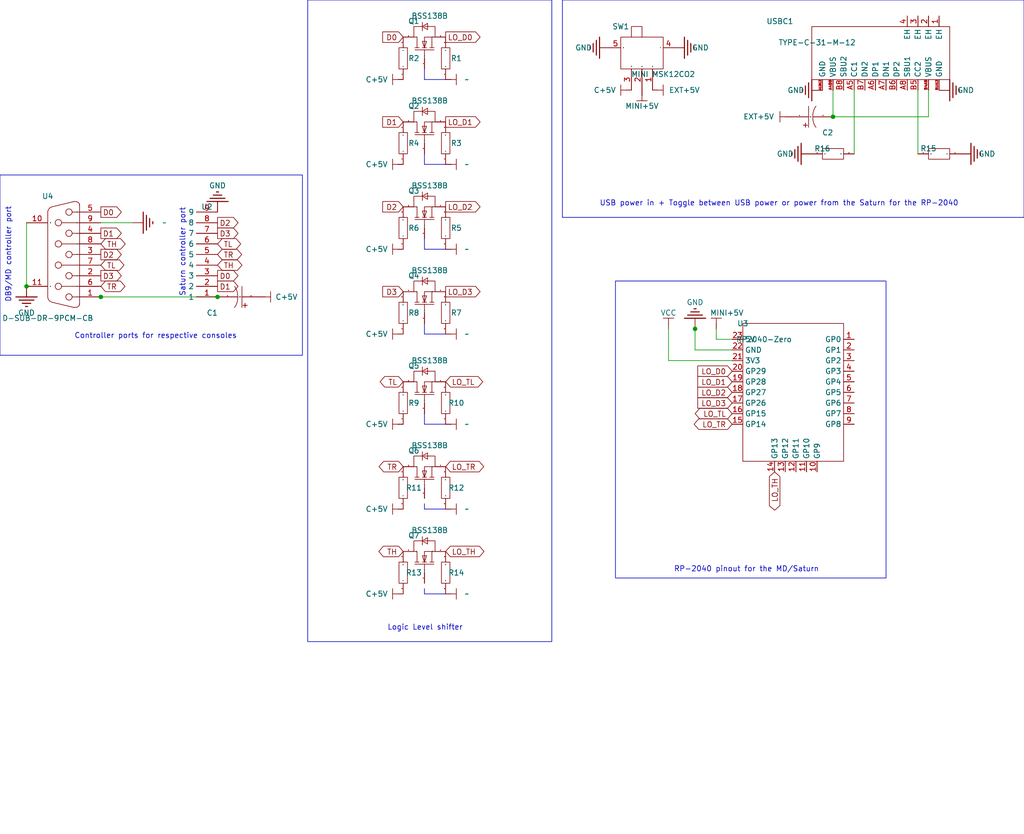
<source format=kicad_sch>
(kicad_sch (version 20250114) (generator "eeschema") (generator_version "9.0")
  (paper "User" 245.11 199.695)
  (lib_symbols
    (symbol "ProPrj_Sat-easyedapro:BSS138B"
      (property "Reference" "Q" (at 0 0 0))
      (symbol "BSS138B_1_0"
        (polyline (pts (xy -2.54 0) (xy -0.508 0)))
        (polyline (pts (xy -0.508 2.286) (xy -0.508 -2.286)))
        (polyline (pts (xy 0 2.286) (xy 0 1.27)))
        (polyline (pts (xy 0 1.778) (xy 2.54 1.778) (xy 2.54 1.778) (xy 2.54 2.54) (xy 2.54 2.54) (xy 5.08 2.54) (xy 5.08 2.54) (xy 5.08 2.54) (xy 5.08 2.54) (xy 5.08 0.508)))
        (polyline (pts (xy 0 0) (xy 1.524 -0.508) (xy 1.524 -0.508) (xy 1.524 0.508) (xy 1.524 0.508) (xy 0 0)))
        (polyline (pts (xy 0 0) (xy 2.54 0) (xy 2.54 0) (xy 2.54 -2.54) (xy 2.54 -2.54) (xy 5.08 -2.54) (xy 5.08 -2.54) (xy 5.08 -2.54) (xy 5.08 -2.54) (xy 5.08 0)))
        (polyline (pts (xy 0 -0.508) (xy 0 0.508)))
        (polyline (pts (xy 0 -2.286) (xy 0 -1.27)))
        (polyline (pts (xy 2.54 -1.778) (xy 0 -1.778)))
        (polyline (pts (xy 5.08 0.508) (xy 4.318 -0.762) (xy 4.318 -0.762) (xy 5.842 -0.762) (xy 5.842 -0.762) (xy 5.08 0.508)))
        (polyline (pts (xy 6.096 0.508) (xy 5.588 0.508) (xy 5.588 0.508) (xy 4.572 0.508) (xy 4.572 0.508) (xy 4.064 0.508)))
        (pin unspecified line (at -5.08 0 0) (length 2.54) (name "G") (number "1"))
        (pin unspecified line (at 2.54 5.08 270) (length 2.54) (name "D") (number "3"))
        (pin unspecified line (at 2.54 -5.08 90) (length 2.54) (name "S") (number "2"))
      )
    )
    (symbol "ProPrj_Sat-easyedapro:D-SUB-DR-9PCM-CB"
      (property "Reference" "U" (at 0 0 0))
      (symbol "D-SUB-DR-9PCM-CB_1_0"
        (polyline (pts (xy -5.08 11.938) (xy -5.08 10.16)))
        (polyline (pts (xy -5.08 7.62) (xy -0.762 7.62)))
        (polyline (pts (xy -5.08 2.54) (xy -0.762 2.54)))
        (polyline (pts (xy -5.08 -2.54) (xy -0.762 -2.54)))
        (polyline (pts (xy -5.08 -7.62) (xy -0.762 -7.62)))
        (polyline (pts (xy -5.08 -10.16) (xy -5.08 10.16)))
        (polyline (pts (xy -5.08 -11.938) (xy -5.08 -10.16)))
        (polyline (pts (xy -5.0546 -11.811) (xy -5.0038 -12.2174) (xy -5.0038 -12.2174) (xy -4.7244 -12.4968) (xy -4.7244 -12.4968) (xy -4.3942 -12.6492) (xy -4.3942 -12.6492) (xy -4.0894 -12.7) (xy -4.0894 -12.7) (xy -3.7592 -12.6492)))
        (polyline (pts (xy -3.7592 12.6492) (xy -4.0894 12.6746) (xy -4.0894 12.6746) (xy -4.3942 12.6492) (xy -4.3942 12.6492) (xy -4.7244 12.4968) (xy -4.7244 12.4968) (xy -4.9784 12.2174) (xy -4.9784 12.2174) (xy -5.0546 11.811)))
        (polyline (pts (xy -3.302 10.16) (xy -5.08 10.16)))
        (polyline (pts (xy -3.302 5.08) (xy -5.08 5.08)))
        (polyline (pts (xy -3.302 0) (xy -5.08 0)))
        (polyline (pts (xy -3.302 -5.08) (xy -5.08 -5.08)))
        (polyline (pts (xy -3.302 -10.16) (xy -5.08 -10.16)))
        (circle (center -2.54 10.16) (radius 0.762))
        (circle (center -2.54 5.08) (radius 0.762))
        (circle (center -2.54 0) (radius 0.762))
        (circle (center -2.54 -5.08) (radius 0.762))
        (circle (center -2.54 -10.16) (radius 0.762))
        (circle (center 0 7.62) (radius 0.762))
        (circle (center 0 2.54) (radius 0.762))
        (circle (center 0 -2.54) (radius 0.762))
        (circle (center 0 -7.62) (radius 0.762))
        (arc (start 1.6002 11.3792) (mid 2.2633 10.9185) (end 2.54 10.16))
        (arc (start 2.54 -10.16) (mid 2.2566 -10.9273) (end 1.5748 -11.3792))
        (polyline (pts (xy 1.524 11.43) (xy -3.81 12.7)))
        (polyline (pts (xy 1.524 -11.43) (xy -3.81 -12.7)))
        (polyline (pts (xy 2.54 -10.16) (xy 2.54 10.16)))
        (pin input line (at -10.16 10.16 0) (length 5.08) (name "1") (number "1"))
        (pin input line (at -10.16 7.62 0) (length 5.08) (name "6") (number "6"))
        (pin input line (at -10.16 5.08 0) (length 5.08) (name "2") (number "2"))
        (pin input line (at -10.16 2.54 0) (length 5.08) (name "7") (number "7"))
        (pin input line (at -10.16 0 0) (length 5.08) (name "3") (number "3"))
        (pin input line (at -10.16 -2.54 0) (length 5.08) (name "8") (number "8"))
        (pin input line (at -10.16 -5.08 0) (length 5.08) (name "4") (number "4"))
        (pin input line (at -10.16 -7.62 0) (length 5.08) (name "9") (number "9"))
        (pin input line (at -10.16 -10.16 0) (length 5.08) (name "5") (number "5"))
        (pin input line (at 7.62 7.62 180) (length 5.08) (name "MH2") (number "11"))
        (pin input line (at 7.62 -7.62 180) (length 5.08) (name "MH1") (number "10"))
      )
    )
    (symbol "ProPrj_Sat-easyedapro:FRC0603F5101TS"
      (property "Reference" "R" (at 0 0 0))
      (symbol "FRC0603F5101TS_1_0"
        (rectangle (start -2.54 -1.27) (end 2.54 1.27))
        (pin unspecified line (at -5.08 0 0) (length 2.54) (name "1") (number "1"))
        (pin unspecified line (at 5.08 0 180) (length 2.54) (name "2") (number "2"))
      )
    )
    (symbol "ProPrj_Sat-easyedapro:Ground-GND" (power) (pin_numbers (hide yes)) (pin_names (hide yes))
      (property "Value" "GND" (at 0 -6.35 0))
      (symbol "Ground-GND_1_0"
        (polyline (pts (xy -2.54 -2.54) (xy 2.54 -2.54)) (stroke (width 0.254)))
        (polyline (pts (xy -1.778 -3.302) (xy 1.778 -3.302)) (stroke (width 0.254)))
        (polyline (pts (xy -1.016 -4.064) (xy 1.016 -4.064)) (stroke (width 0.254)))
        (polyline (pts (xy -0.254 -4.826) (xy 0.254 -4.826)) (stroke (width 0.254)))
        (pin power_in line (at 0 0 270) (length 2.54) (name "GND") (number "1"))
      )
    )
    (symbol "ProPrj_Sat-easyedapro:MINI MSK12CO2"
      (property "Reference" "SW" (at 0 0 0))
      (symbol "MINI MSK12CO2_1_0"
        (rectangle (start -5.08 -5.08) (end 5.08 2.54))
        (polyline (pts (xy 0 -5.08) (xy 0 -7.62) (xy 0 -7.62) (xy 2.54 -7.62) (xy 2.54 -7.62) (xy 2.54 -5.08)))
        (pin unspecified line (at -7.62 -2.54 0) (length 2.54) (name "4") (number "4"))
        (pin unspecified line (at -2.54 7.62 270) (length 5.08) (name "1") (number "1"))
        (pin unspecified line (at 0 7.62 270) (length 5.08) (name "2") (number "2"))
        (pin unspecified line (at 2.54 7.62 270) (length 5.08) (name "3") (number "3"))
        (pin unspecified line (at 7.62 -2.54 180) (length 2.54) (name "5") (number "5"))
      )
    )
    (symbol "ProPrj_Sat-easyedapro:Power-5V" (power) (pin_numbers (hide yes)) (pin_names (hide yes))
      (symbol "Power-5V_1_0"
        (polyline (pts (xy -1.27 2.54) (xy 1.27 2.54)))
        (polyline (pts (xy 0 2.54) (xy 0 1.27)))
        (pin power_in line (at 0 0 90) (length 1.27) (name "C+5V") (number "1"))
      )
    )
    (symbol "ProPrj_Sat-easyedapro:Power-VCC" (power) (pin_numbers (hide yes)) (pin_names (hide yes))
      (symbol "Power-VCC_1_0"
        (polyline (pts (xy -1.27 2.54) (xy 1.27 2.54)))
        (polyline (pts (xy 0 2.54) (xy 0 1.27)))
        (pin power_in line (at 0 0 90) (length 1.27) (name "") (number "1"))
      )
    )
    (symbol "ProPrj_Sat-easyedapro:RP2040-ZERO"
      (property "Reference" "U" (at 0 0 0))
      (symbol "RP2040-ZERO_1_0"
        (rectangle (start -12.7 17.78) (end 11.43 -15.24))
        (pin unspecified line (at -15.24 13.97 0) (length 2.54) (name "5V") (number "23"))
        (pin unspecified line (at -15.24 11.43 0) (length 2.54) (name "GND") (number "22"))
        (pin unspecified line (at -15.24 8.89 0) (length 2.54) (name "3V3") (number "21"))
        (pin unspecified line (at -15.24 6.35 0) (length 2.54) (name "GP29") (number "20"))
        (pin unspecified line (at -15.24 3.81 0) (length 2.54) (name "GP28") (number "19"))
        (pin unspecified line (at -15.24 1.27 0) (length 2.54) (name "GP27") (number "18"))
        (pin unspecified line (at -15.24 -1.27 0) (length 2.54) (name "GP26") (number "17"))
        (pin unspecified line (at -15.24 -3.81 0) (length 2.54) (name "GP15") (number "16"))
        (pin unspecified line (at -15.24 -6.35 0) (length 2.54) (name "GP14") (number "15"))
        (pin unspecified line (at -5.08 -17.78 90) (length 2.54) (name "GP13") (number "14"))
        (pin unspecified line (at -2.54 -17.78 90) (length 2.54) (name "GP12") (number "13"))
        (pin unspecified line (at 0 -17.78 90) (length 2.54) (name "GP11") (number "12"))
        (pin unspecified line (at 2.54 -17.78 90) (length 2.54) (name "GP10") (number "11"))
        (pin unspecified line (at 5.08 -17.78 90) (length 2.54) (name "GP9") (number "10"))
        (pin unspecified line (at 13.97 13.97 180) (length 2.54) (name "GP0") (number "1"))
        (pin unspecified line (at 13.97 11.43 180) (length 2.54) (name "GP1") (number "2"))
        (pin unspecified line (at 13.97 8.89 180) (length 2.54) (name "GP2") (number "3"))
        (pin unspecified line (at 13.97 6.35 180) (length 2.54) (name "GP3") (number "4"))
        (pin unspecified line (at 13.97 3.81 180) (length 2.54) (name "GP4") (number "5"))
        (pin unspecified line (at 13.97 1.27 180) (length 2.54) (name "GP5") (number "6"))
        (pin unspecified line (at 13.97 -1.27 180) (length 2.54) (name "GP6") (number "7"))
        (pin unspecified line (at 13.97 -3.81 180) (length 2.54) (name "GP7") (number "8"))
        (pin unspecified line (at 13.97 -6.35 180) (length 2.54) (name "GP8") (number "9"))
      )
    )
    (symbol "ProPrj_Sat-easyedapro:Res"
      (symbol "Res_1_0"
        (rectangle (start -2.54 1.016) (end 2.54 -1.016))
        (pin input line (at -5.08 0 0) (length 2.54) (name "1") (number "1"))
        (pin input line (at 5.08 0 180) (length 2.54) (name "2") (number "2"))
      )
    )
    (symbol "ProPrj_Sat-easyedapro:T491A106K006AT"
      (property "Reference" "C" (at 0 0 0))
      (symbol "T491A106K006AT_1_0"
        (rectangle (start -2.54 1.4986) (end -1.524 1.524))
        (polyline (pts (xy -2.54 0.762) (xy 2.54 0.762)))
        (rectangle (start -2.032 1.016) (end -2.0066 2.032))
        (arc (start -2.54 -1.016) (mid -1.3208 -0.4064) (end 0 -0.254))
        (arc (start 0 -0.254) (mid 1.3208 -0.4064) (end 2.54 -1.016))
        (pin unspecified line (at 0 5.08 270) (length 4.318) (name "1") (number "1"))
        (pin unspecified line (at 0 -5.08 90) (length 4.826) (name "2") (number "2"))
      )
    )
    (symbol "ProPrj_Sat-easyedapro:TYPE-C-31-M-12"
      (property "Reference" "USBC" (at 0 0 0))
      (symbol "TYPE-C-31-M-12_1_0"
        (rectangle (start -6.35 16.51) (end 6.35 -16.51))
        (pin unspecified line (at -8.89 13.97 0) (length 2.54) (name "GND") (number "A1B12"))
        (pin unspecified line (at -8.89 11.43 0) (length 2.54) (name "VBUS") (number "A4B9"))
        (pin unspecified line (at -8.89 8.89 0) (length 2.54) (name "SBU2") (number "B8"))
        (pin unspecified line (at -8.89 6.35 0) (length 2.54) (name "CC1") (number "A5"))
        (pin unspecified line (at -8.89 3.81 0) (length 2.54) (name "DN2") (number "B7"))
        (pin unspecified line (at -8.89 1.27 0) (length 2.54) (name "DP1") (number "A6"))
        (pin unspecified line (at -8.89 -1.27 0) (length 2.54) (name "DN1") (number "A7"))
        (pin unspecified line (at -8.89 -3.81 0) (length 2.54) (name "DP2") (number "B6"))
        (pin unspecified line (at -8.89 -6.35 0) (length 2.54) (name "SBU1") (number "A8"))
        (pin unspecified line (at -8.89 -8.89 0) (length 2.54) (name "CC2") (number "B5"))
        (pin unspecified line (at -8.89 -11.43 0) (length 2.54) (name "VBUS") (number "B4A9"))
        (pin unspecified line (at -8.89 -13.97 0) (length 2.54) (name "GND") (number "B1A12"))
        (pin unspecified line (at 8.89 -6.35 180) (length 2.54) (name "EH") (number "4"))
        (pin unspecified line (at 8.89 -8.89 180) (length 2.54) (name "EH") (number "3"))
        (pin unspecified line (at 8.89 -11.43 180) (length 2.54) (name "EH") (number "2"))
        (pin unspecified line (at 8.89 -13.97 180) (length 2.54) (name "EH") (number "1"))
      )
    )
    (symbol "ProPrj_Sat-easyedapro:saturn_connector"
      (symbol "saturn_connector_1_0"
        (pin input line (at 2.54 17.78 180) (length 5.08) (name "9") (number "9"))
        (pin input line (at 2.54 15.24 180) (length 5.08) (name "8") (number "8"))
        (pin input line (at 2.54 12.7 180) (length 5.08) (name "7") (number "7"))
        (pin input line (at 2.54 10.16 180) (length 5.08) (name "6") (number "6"))
        (pin input line (at 2.54 7.62 180) (length 5.08) (name "5") (number "5"))
        (pin input line (at 2.54 5.08 180) (length 5.08) (name "4") (number "4"))
        (pin input line (at 2.54 2.54 180) (length 5.08) (name "3") (number "3"))
        (pin input line (at 2.54 0 180) (length 5.08) (name "2") (number "2"))
        (pin input line (at 2.54 -2.54 180) (length 5.08) (name "1") (number "1"))
      )
    )
  )
  (rectangle (start 147.32 67.31) (end 212.09 138.43))
  (rectangle (start 73.66 0) (end 132.08 153.67))
  (rectangle (start 0 41.91) (end 72.39 85.09))
  (rectangle (start 134.62 0) (end 245.11 52.07))
  (text "RP-2040 pinout for the MD/Saturn" (at 161.29 137.16 0) (effects (font (size 1.27 1.27)) (justify left bottom)))
  (text "USB power in + Toggle between USB power or power from the Saturn for the RP-2040" (at 143.51 49.53 0) (effects (font (size 1.27 1.27)) (justify left bottom)))
  (text "Saturn controller port" (at 44.45 71.12 90) (effects (font (size 1.27 1.27)) (justify left bottom)))
  (text "Controller ports for respective consoles" (at 17.78 81.28 0) (effects (font (size 1.27 1.27)) (justify left bottom)))
  (text "DB9/MD controller port" (at 1.27 49.53 90) (effects (font (size 1.27 1.27)) (justify right top)))
  (text "Logic Level shifter" (at 92.71 151.13 0) (effects (font (size 1.27 1.27)) (justify left bottom)))
  (junction (at 6.35 68.58))
  (junction (at 52.07 71.12))
  (junction (at 166.37 78.7654))
  (junction (at 24.13 71.12))
  (junction (at 199.39 27.9654))
  (wire (pts (xy 204.47 36.8554) (xy 204.47 21.6154)))
  (wire (pts (xy 52.07 71.12) (xy 24.13 71.12)))
  (polyline (pts (xy 101.6 77.47) (xy 101.6 80.01)))
  (wire (pts (xy 219.71 21.6154) (xy 219.71 36.83)))
  (polyline (pts (xy 101.6 16.51) (xy 101.6 19.05)))
  (polyline (pts (xy 101.6 36.83) (xy 101.6 39.37)))
  (wire (pts (xy 175.26 86.36) (xy 160.02 86.36)))
  (polyline (pts (xy 101.6 39.37) (xy 106.68 39.37)))
  (wire (pts (xy 6.35 53.34) (xy 6.35 68.58)))
  (polyline (pts (xy 101.6 59.69) (xy 106.68 59.69)))
  (wire (pts (xy 175.26 83.82) (xy 166.37 83.82)))
  (polyline (pts (xy 101.6 80.01) (xy 106.68 80.01)))
  (wire (pts (xy 171.45 78.74) (xy 171.45 81.28)))
  (polyline (pts (xy 101.6 57.15) (xy 101.6 59.69)))
  (wire (pts (xy 171.45 81.28) (xy 175.26 81.28)))
  (wire (pts (xy 24.13 71.12) (xy 24.1046 71.12)))
  (wire (pts (xy 166.37 78.7654) (xy 166.37 78.74)))
  (wire (pts (xy 24.13 53.34) (xy 31.75 53.34)))
  (wire (pts (xy 160.02 86.36) (xy 160.02 78.74)))
  (wire (pts (xy 166.37 83.82) (xy 166.37 78.7654)))
  (polyline (pts (xy 101.6 140.97) (xy 101.6 142.24)))
  (polyline (pts (xy 101.6 99.06) (xy 101.6 101.6)))
  (polyline (pts (xy 101.6 120.65) (xy 101.6 121.92)))
  (wire (pts (xy 222.25 21.6154) (xy 222.25 27.9654)))
  (polyline (pts (xy 101.6 101.6) (xy 106.68 101.6)))
  (polyline (pts (xy 101.6 121.92) (xy 106.68 121.92)))
  (wire (pts (xy 222.25 27.9654) (xy 199.39 27.9654)))
  (polyline (pts (xy 101.6 142.24) (xy 106.68 142.24)))
  (polyline (pts (xy 101.6 19.05) (xy 106.68 19.05)))
  (wire (pts (xy 199.39 27.9654) (xy 199.39 21.6154)))
  (global_label "TH" (shape bidirectional) (at 24.13 58.42 0) (property "Intersheetrefs" "${INTERSHEET_REFS}" (effects (hide yes))))
  (global_label "LO_D2" (shape input) (at 175.26 93.98 180) (property "Intersheetrefs" "${INTERSHEET_REFS}" (effects (hide yes))))
  (global_label "TR" (shape bidirectional) (at 24.13 68.58 0) (property "Intersheetrefs" "${INTERSHEET_REFS}" (effects (hide yes))))
  (global_label "D3" (shape output) (at 24.13 66.04 0) (property "Intersheetrefs" "${INTERSHEET_REFS}" (effects (hide yes))))
  (global_label "TH" (shape bidirectional) (at 96.52 132.08 180) (property "Intersheetrefs" "${INTERSHEET_REFS}" (effects (hide yes))))
  (global_label "LO_D0" (shape output) (at 106.68 8.89 0) (property "Intersheetrefs" "${INTERSHEET_REFS}" (effects (hide yes))))
  (global_label "D2" (shape output) (at 24.13 60.96 0) (property "Intersheetrefs" "${INTERSHEET_REFS}" (effects (hide yes))))
  (global_label "TH" (shape bidirectional) (at 52.07 63.5 0) (property "Intersheetrefs" "${INTERSHEET_REFS}" (effects (hide yes))))
  (global_label "LO_D1" (shape output) (at 106.68 29.21 0) (property "Intersheetrefs" "${INTERSHEET_REFS}" (effects (hide yes))))
  (global_label "D0" (shape output) (at 24.13 50.8 0) (property "Intersheetrefs" "${INTERSHEET_REFS}" (effects (hide yes))))
  (global_label "D1" (shape output) (at 24.13 55.88 0) (property "Intersheetrefs" "${INTERSHEET_REFS}" (effects (hide yes))))
  (global_label "TR" (shape bidirectional) (at 52.07 60.96 0) (property "Intersheetrefs" "${INTERSHEET_REFS}" (effects (hide yes))))
  (global_label "D1" (shape output) (at 52.07 68.58 0) (property "Intersheetrefs" "${INTERSHEET_REFS}" (effects (hide yes))))
  (global_label "TR" (shape bidirectional) (at 96.52 111.76 180) (property "Intersheetrefs" "${INTERSHEET_REFS}" (effects (hide yes))))
  (global_label "LO_D2" (shape output) (at 106.68 49.53 0) (property "Intersheetrefs" "${INTERSHEET_REFS}" (effects (hide yes))))
  (global_label "LO_TR" (shape bidirectional) (at 175.26 101.6 180) (property "Intersheetrefs" "${INTERSHEET_REFS}" (effects (hide yes))))
  (global_label "TL" (shape bidirectional) (at 96.52 91.44 180) (property "Intersheetrefs" "${INTERSHEET_REFS}" (effects (hide yes))))
  (global_label "LO_TL" (shape bidirectional) (at 106.68 91.44 0) (property "Intersheetrefs" "${INTERSHEET_REFS}" (effects (hide yes))))
  (global_label "LO_D1" (shape input) (at 175.26 91.44 180) (property "Intersheetrefs" "${INTERSHEET_REFS}" (effects (hide yes))))
  (global_label "D0" (shape output) (at 52.07 66.04 0) (property "Intersheetrefs" "${INTERSHEET_REFS}" (effects (hide yes))))
  (global_label "LO_D0" (shape input) (at 175.26 88.9 180) (property "Intersheetrefs" "${INTERSHEET_REFS}" (effects (hide yes))))
  (global_label "LO_TR" (shape bidirectional) (at 106.68 111.76 0) (property "Intersheetrefs" "${INTERSHEET_REFS}" (effects (hide yes))))
  (global_label "D2" (shape output) (at 52.07 53.34 0) (property "Intersheetrefs" "${INTERSHEET_REFS}" (effects (hide yes))))
  (global_label "D3" (shape output) (at 52.07 55.88 0) (property "Intersheetrefs" "${INTERSHEET_REFS}" (effects (hide yes))))
  (global_label "D3" (shape input) (at 96.52 69.85 180) (property "Intersheetrefs" "${INTERSHEET_REFS}" (effects (hide yes))))
  (global_label "LO_D3" (shape output) (at 106.68 69.85 0) (property "Intersheetrefs" "${INTERSHEET_REFS}" (effects (hide yes))))
  (global_label "LO_TH" (shape bidirectional) (at 106.68 132.08 0) (property "Intersheetrefs" "${INTERSHEET_REFS}" (effects (hide yes))))
  (global_label "D2" (shape input) (at 96.52 49.53 180) (property "Intersheetrefs" "${INTERSHEET_REFS}" (effects (hide yes))))
  (global_label "D1" (shape input) (at 96.52 29.21 180) (property "Intersheetrefs" "${INTERSHEET_REFS}" (effects (hide yes))))
  (global_label "LO_TH" (shape bidirectional) (at 185.42 113.03 270) (property "Intersheetrefs" "${INTERSHEET_REFS}" (effects (hide yes))))
  (global_label "TL" (shape bidirectional) (at 24.13 63.5 0) (property "Intersheetrefs" "${INTERSHEET_REFS}" (effects (hide yes))))
  (global_label "D0" (shape input) (at 96.52 8.89 180) (property "Intersheetrefs" "${INTERSHEET_REFS}" (effects (hide yes))))
  (global_label "TL" (shape bidirectional) (at 52.07 58.42 0) (property "Intersheetrefs" "${INTERSHEET_REFS}" (effects (hide yes))))
  (global_label "LO_D3" (shape input) (at 175.26 96.52 180) (property "Intersheetrefs" "${INTERSHEET_REFS}" (effects (hide yes))))
  (global_label "LO_TL" (shape bidirectional) (at 175.26 99.06 180) (property "Intersheetrefs" "${INTERSHEET_REFS}" (effects (hide yes))))
  (symbol (lib_id "ProPrj_Sat-easyedapro:Ground-GND") (at 229.87 36.8554 90) (unit 1)
    (property "Reference" "#PWR?" (effects (hide yes)))
    (property "Value" "GND" (at 236.22 36.8554 90))
    (property "Footprint" "ProPrj_Sat-easyedapro:" (effects (hide yes)))
  )
  (symbol (lib_id "ProPrj_Sat-easyedapro:Res") (at 96.52 137.16 90) (unit 1)
    (property "Reference" "R13" (at 99.06 137.16 90))
    (property "Value" "10K" (effects (hide yes)))
    (property "Footprint" "ProPrj_Sat-easyedapro:R0603" (effects (hide yes)))
  )
  (symbol (lib_id "ProPrj_Sat-easyedapro:Power-5V") (at 189.23 27.9654 90) (mirror x) (unit 1)
    (property "Reference" "#PWR?" (effects (hide yes)))
    (property "Value" "EXT+5V" (at 181.61 27.94 90))
    (property "Footprint" "ProPrj_Sat-easyedapro:" (effects (hide yes)))
    (property "Description" "Power-5V" (effects (hide yes)))
  )
  (symbol (lib_id "ProPrj_Sat-easyedapro:Res") (at 96.52 116.84 90) (unit 1)
    (property "Reference" "R11" (at 99.06 116.84 90))
    (property "Value" "10K" (effects (hide yes)))
    (property "Footprint" "ProPrj_Sat-easyedapro:R0603" (effects (hide yes)))
  )
  (symbol (lib_id "ProPrj_Sat-easyedapro:T491A106K006AT") (at 194.31 27.9654 90) (unit 1)
    (property "Reference" "C2" (at 198.12 31.7754 90))
    (property "Value" "10uF" (effects (hide yes)))
    (property "Footprint" "ProPrj_Sat-easyedapro:CASE-A_3216" (effects (hide yes)))
    (property "Datasheet" "https://item.szlcsc.com/datasheet/T491A106K006AT/123529.html" (effects (hide yes)))
    (property "Description" "Capacitance:10uF Tolerance:±10% Tolerance:±10% Voltage Rating:6.3V Equivalent Series Resistance(ESR):4Ω@100kHz Operating Temperature:-55°C~+125°C Operating Temperature:-55°C~+125°C" (effects (hide yes)))
    (property "Manufacturer Part" "T491A106K006AT" (effects (hide yes)))
    (property "Manufacturer" "KEMET(基美)" (effects (hide yes)))
    (property "Supplier Part" "C122260" (effects (hide yes)))
    (property "Supplier" "LCSC" (effects (hide yes)))
    (property "LCSC Part Name" "10uF ±10% 6.3V" (effects (hide yes)))
  )
  (symbol (lib_id "ProPrj_Sat-easyedapro:Res") (at 96.52 96.52 90) (unit 1)
    (property "Reference" "R9" (at 99.06 96.52 90))
    (property "Value" "10K" (effects (hide yes)))
    (property "Footprint" "ProPrj_Sat-easyedapro:R0603" (effects (hide yes)))
  )
  (symbol (lib_id "ProPrj_Sat-easyedapro:FRC0603F5101TS") (at 224.79 36.8554 180) (unit 1)
    (property "Reference" "R15" (at 222.25 35.56 0))
    (property "Value" "5.1kΩ" (effects (hide yes)))
    (property "Footprint" "ProPrj_Sat-easyedapro:R0603" (effects (hide yes)))
    (property "Description" "Type:Thick Film Resistor Resistance:5.1kΩ Tolerance:±1% Tolerance:±1% Power(Watts):100mW Voltage-Supply(Max):75V Temperature Coefficient:±100ppm/°C Temperature Coefficient:±100ppm/°C Operating Temperature:-55°C~+155°C Operating Temperature:-55°C~+155°C" (effects (hide yes)))
    (property "Manufacturer Part" "FRC0603F5101TS" (effects (hide yes)))
    (property "Manufacturer" "FOJAN(富捷)" (effects (hide yes)))
    (property "Supplier Part" "C2907044" (effects (hide yes)))
    (property "Supplier" "LCSC" (effects (hide yes)))
    (property "LCSC Part Name" "5.1kΩ ±1% 100mW 厚膜电阻" (effects (hide yes)))
  )
  (symbol (lib_id "ProPrj_Sat-easyedapro:Power-5V") (at 96.52 39.37 90) (unit 1)
    (property "Reference" "#PWR?" (effects (hide yes)))
    (property "Value" "C+5V" (at 90.17 39.37 90))
    (property "Footprint" "ProPrj_Sat-easyedapro:" (effects (hide yes)))
    (property "Description" "Power-5V" (effects (hide yes)))
  )
  (symbol (lib_id "ProPrj_Sat-easyedapro:Power-VCC") (at 160.02 78.74 0) (unit 1)
    (property "Reference" "#PWR?" (effects (hide yes)))
    (property "Value" "VCC" (at 160.02 74.93 0))
    (property "Footprint" "ProPrj_Sat-easyedapro:" (effects (hide yes)))
  )
  (symbol (lib_id "ProPrj_Sat-easyedapro:Power-5V") (at 151.13 21.59 90) (unit 1)
    (property "Reference" "#PWR?" (effects (hide yes)))
    (property "Value" "C+5V" (at 144.78 21.59 90))
    (property "Footprint" "ProPrj_Sat-easyedapro:" (effects (hide yes)))
    (property "Description" "Power-5V" (effects (hide yes)))
  )
  (symbol (lib_id "ProPrj_Sat-easyedapro:Power-VCC") (at 106.68 19.05 270) (unit 1)
    (property "Reference" "#PWR?" (effects (hide yes)))
    (property "Footprint" "ProPrj_Sat-easyedapro:" (effects (hide yes)))
  )
  (symbol (lib_id "ProPrj_Sat-easyedapro:Ground-GND") (at 194.31 36.8554 270) (unit 1)
    (property "Reference" "#PWR?" (effects (hide yes)))
    (property "Value" "GND" (at 187.96 36.8554 90))
    (property "Footprint" "ProPrj_Sat-easyedapro:" (effects (hide yes)))
  )
  (symbol (lib_id "ProPrj_Sat-easyedapro:Res") (at 106.68 137.16 90) (unit 1)
    (property "Reference" "R14" (at 109.22 137.16 90))
    (property "Value" "10K" (effects (hide yes)))
    (property "Footprint" "ProPrj_Sat-easyedapro:R0603" (effects (hide yes)))
  )
  (symbol (lib_id "ProPrj_Sat-easyedapro:Res") (at 106.68 54.61 90) (unit 1)
    (property "Reference" "R5" (at 109.22 54.61 90))
    (property "Value" "10K" (effects (hide yes)))
    (property "Footprint" "ProPrj_Sat-easyedapro:R0603" (effects (hide yes)))
  )
  (symbol (lib_id "ProPrj_Sat-easyedapro:Power-VCC") (at 106.68 142.24 270) (unit 1)
    (property "Reference" "#PWR?" (effects (hide yes)))
    (property "Footprint" "ProPrj_Sat-easyedapro:" (effects (hide yes)))
  )
  (symbol (lib_id "ProPrj_Sat-easyedapro:Res") (at 106.68 116.84 90) (unit 1)
    (property "Reference" "R12" (at 109.22 116.84 90))
    (property "Value" "10K" (effects (hide yes)))
    (property "Footprint" "ProPrj_Sat-easyedapro:R0603" (effects (hide yes)))
  )
  (symbol (lib_id "ProPrj_Sat-easyedapro:saturn_connector") (at 49.53 68.58 0) (unit 1)
    (property "Reference" "U2" (at 49.53 49.53 0))
    (property "Footprint" "ProPrj_Sat-easyedapro:SATURN CONNECTOR" (effects (hide yes)))
  )
  (symbol (lib_id "ProPrj_Sat-easyedapro:Res") (at 106.68 96.52 90) (unit 1)
    (property "Reference" "R10" (at 109.22 96.52 90))
    (property "Value" "10K" (effects (hide yes)))
    (property "Footprint" "ProPrj_Sat-easyedapro:R0603" (effects (hide yes)))
  )
  (symbol (lib_id "ProPrj_Sat-easyedapro:Ground-GND") (at 166.37 78.7654 180) (unit 1)
    (property "Reference" "#PWR?" (effects (hide yes)))
    (property "Value" "GND" (at 166.37 72.4154 0))
    (property "Footprint" "ProPrj_Sat-easyedapro:" (effects (hide yes)))
  )
  (symbol (lib_id "ProPrj_Sat-easyedapro:Power-5V") (at 153.67 21.59 180) (unit 1)
    (property "Reference" "#PWR?" (effects (hide yes)))
    (property "Value" "MINI+5V" (at 153.67 25.4 0))
    (property "Footprint" "ProPrj_Sat-easyedapro:" (effects (hide yes)))
    (property "Description" "Power-5V" (effects (hide yes)))
  )
  (symbol (lib_id "ProPrj_Sat-easyedapro:Res") (at 96.52 74.93 90) (unit 1)
    (property "Reference" "R8" (at 99.06 74.93 90))
    (property "Value" "10K" (effects (hide yes)))
    (property "Footprint" "ProPrj_Sat-easyedapro:R0603" (effects (hide yes)))
  )
  (symbol (lib_id "ProPrj_Sat-easyedapro:Power-5V") (at 96.52 59.69 90) (unit 1)
    (property "Reference" "#PWR?" (effects (hide yes)))
    (property "Value" "C+5V" (at 90.17 59.69 90))
    (property "Footprint" "ProPrj_Sat-easyedapro:" (effects (hide yes)))
    (property "Description" "Power-5V" (effects (hide yes)))
  )
  (symbol (lib_id "ProPrj_Sat-easyedapro:T491A106K006AT") (at 57.15 71.12 270) (mirror x) (unit 1)
    (property "Reference" "C1" (at 50.8 74.93 90))
    (property "Value" "10uF" (effects (hide yes)))
    (property "Footprint" "ProPrj_Sat-easyedapro:CASE-A_3216" (effects (hide yes)))
    (property "Datasheet" "https://item.szlcsc.com/datasheet/T491A106K006AT/123529.html" (effects (hide yes)))
    (property "Description" "Capacitance:10uF Tolerance:±10% Tolerance:±10% Voltage Rating:6.3V Equivalent Series Resistance(ESR):4Ω@100kHz Operating Temperature:-55°C~+125°C Operating Temperature:-55°C~+125°C" (effects (hide yes)))
    (property "Manufacturer Part" "T491A106K006AT" (effects (hide yes)))
    (property "Manufacturer" "KEMET(基美)" (effects (hide yes)))
    (property "Supplier Part" "C122260" (effects (hide yes)))
    (property "Supplier" "LCSC" (effects (hide yes)))
    (property "LCSC Part Name" "10uF ±10% 6.3V" (effects (hide yes)))
  )
  (symbol (lib_id "ProPrj_Sat-easyedapro:RP2040-ZERO") (at 190.5 95.25 0) (unit 1)
    (property "Reference" "U3" (at 177.8 77.47 0))
    (property "Value" "RP2040-Zero" (at 182.88 81.28 0))
    (property "Footprint" "ProPrj_Sat-easyedapro:COMM-SMD_RP2040-ZERO" (effects (hide yes)))
    (property "Datasheet" "https://item.szlcsc.com/datasheet/RP2040-Zero/6136910.html" (effects (hide yes)))
    (property "Manufacturer Part" "RP2040-Zero" (effects (hide yes)))
    (property "Manufacturer" "Waveshare(微雪电子)" (effects (hide yes)))
    (property "Supplier Part" "C5350143" (effects (hide yes)))
    (property "Supplier" "LCSC" (effects (hide yes)))
    (property "LCSC Part Name" "微雪 树莓派RP2040-Zero微控制器 PICO开发板 RP2040双核处理器" (effects (hide yes)))
  )
  (symbol (lib_id "ProPrj_Sat-easyedapro:Res") (at 106.68 34.29 90) (unit 1)
    (property "Reference" "R3" (at 109.22 34.29 90))
    (property "Value" "10K" (effects (hide yes)))
    (property "Footprint" "ProPrj_Sat-easyedapro:R0603" (effects (hide yes)))
  )
  (symbol (lib_id "ProPrj_Sat-easyedapro:Power-VCC") (at 106.68 59.69 270) (unit 1)
    (property "Reference" "#PWR?" (effects (hide yes)))
    (property "Footprint" "ProPrj_Sat-easyedapro:" (effects (hide yes)))
  )
  (symbol (lib_id "ProPrj_Sat-easyedapro:BSS138B") (at 101.6 72.39 90) (unit 1)
    (property "Reference" "Q4" (at 99.06 66.04 90))
    (property "Value" "BSS138B" (at 102.87 64.77 90))
    (property "Footprint" "ProPrj_Sat-easyedapro:SOT-23-3_L2.9-W1.3-P1.90-LS2.4-BR" (effects (hide yes)))
    (property "Datasheet" "https://item.szlcsc.com/datasheet/BSS138B/21940665.html" (effects (hide yes)))
    (property "Description" "Drain to Source Voltage:50V Current - Continuous Drain(Id):600mA RDS(on):1.2Ω@4.5V Gate Threshold Voltage (Vgs(th)):1.6V@250uA Type:N-Channel" (effects (hide yes)))
    (property "Manufacturer Part" "BSS138B" (effects (hide yes)))
    (property "Manufacturer" "YANGJIE(扬杰)" (effects (hide yes)))
    (property "Supplier Part" "C20599939" (effects (hide yes)))
    (property "Supplier" "LCSC" (effects (hide yes)))
    (property "LCSC Part Name" "BSS138B" (effects (hide yes)))
  )
  (symbol (lib_id "ProPrj_Sat-easyedapro:Power-VCC") (at 106.68 80.01 270) (unit 1)
    (property "Reference" "#PWR?" (effects (hide yes)))
    (property "Footprint" "ProPrj_Sat-easyedapro:" (effects (hide yes)))
  )
  (symbol (lib_id "ProPrj_Sat-easyedapro:Power-VCC") (at 106.68 121.92 270) (unit 1)
    (property "Reference" "#PWR?" (effects (hide yes)))
    (property "Footprint" "ProPrj_Sat-easyedapro:" (effects (hide yes)))
  )
  (symbol (lib_id "ProPrj_Sat-easyedapro:Ground-GND") (at 52.07 50.8 180) (unit 1)
    (property "Reference" "#PWR?" (effects (hide yes)))
    (property "Value" "GND" (at 52.07 44.45 0))
    (property "Footprint" "ProPrj_Sat-easyedapro:" (effects (hide yes)))
  )
  (symbol (lib_id "ProPrj_Sat-easyedapro:FRC0603F5101TS") (at 199.39 36.8554 0) (unit 1)
    (property "Reference" "R16" (at 196.85 35.5854 0))
    (property "Value" "5.1kΩ" (effects (hide yes)))
    (property "Footprint" "ProPrj_Sat-easyedapro:R0603" (effects (hide yes)))
    (property "Description" "Type:Thick Film Resistor Resistance:5.1kΩ Tolerance:±1% Tolerance:±1% Power(Watts):100mW Voltage-Supply(Max):75V Temperature Coefficient:±100ppm/°C Temperature Coefficient:±100ppm/°C Operating Temperature:-55°C~+155°C Operating Temperature:-55°C~+155°C" (effects (hide yes)))
    (property "Manufacturer Part" "FRC0603F5101TS" (effects (hide yes)))
    (property "Manufacturer" "FOJAN(富捷)" (effects (hide yes)))
    (property "Supplier Part" "C2907044" (effects (hide yes)))
    (property "Supplier" "LCSC" (effects (hide yes)))
    (property "LCSC Part Name" "5.1kΩ ±1% 100mW 厚膜电阻" (effects (hide yes)))
  )
  (symbol (lib_id "ProPrj_Sat-easyedapro:Res") (at 106.68 74.93 90) (unit 1)
    (property "Reference" "R7" (at 109.22 74.93 90))
    (property "Value" "10K" (effects (hide yes)))
    (property "Footprint" "ProPrj_Sat-easyedapro:R0603" (effects (hide yes)))
  )
  (symbol (lib_id "ProPrj_Sat-easyedapro:BSS138B") (at 101.6 31.75 90) (unit 1)
    (property "Reference" "Q2" (at 99.06 25.4 90))
    (property "Value" "BSS138B" (at 102.87 24.13 90))
    (property "Footprint" "ProPrj_Sat-easyedapro:SOT-23-3_L2.9-W1.3-P1.90-LS2.4-BR" (effects (hide yes)))
    (property "Datasheet" "https://item.szlcsc.com/datasheet/BSS138B/21940665.html" (effects (hide yes)))
    (property "Description" "Drain to Source Voltage:50V Current - Continuous Drain(Id):600mA RDS(on):1.2Ω@4.5V Gate Threshold Voltage (Vgs(th)):1.6V@250uA Type:N-Channel" (effects (hide yes)))
    (property "Manufacturer Part" "BSS138B" (effects (hide yes)))
    (property "Manufacturer" "YANGJIE(扬杰)" (effects (hide yes)))
    (property "Supplier Part" "C20599939" (effects (hide yes)))
    (property "Supplier" "LCSC" (effects (hide yes)))
    (property "LCSC Part Name" "BSS138B" (effects (hide yes)))
  )
  (symbol (lib_id "ProPrj_Sat-easyedapro:Res") (at 106.68 13.97 90) (unit 1)
    (property "Reference" "R1" (at 109.22 13.97 90))
    (property "Value" "10K" (effects (hide yes)))
    (property "Footprint" "ProPrj_Sat-easyedapro:R0603" (effects (hide yes)))
  )
  (symbol (lib_id "ProPrj_Sat-easyedapro:BSS138B") (at 101.6 93.98 90) (unit 1)
    (property "Reference" "Q5" (at 99.06 87.63 90))
    (property "Value" "BSS138B" (at 102.87 86.36 90))
    (property "Footprint" "ProPrj_Sat-easyedapro:SOT-23-3_L2.9-W1.3-P1.90-LS2.4-BR" (effects (hide yes)))
    (property "Datasheet" "https://item.szlcsc.com/datasheet/BSS138B/21940665.html" (effects (hide yes)))
    (property "Description" "Drain to Source Voltage:50V Current - Continuous Drain(Id):600mA RDS(on):1.2Ω@4.5V Gate Threshold Voltage (Vgs(th)):1.6V@250uA Type:N-Channel" (effects (hide yes)))
    (property "Manufacturer Part" "BSS138B" (effects (hide yes)))
    (property "Manufacturer" "YANGJIE(扬杰)" (effects (hide yes)))
    (property "Supplier Part" "C20599939" (effects (hide yes)))
    (property "Supplier" "LCSC" (effects (hide yes)))
    (property "LCSC Part Name" "BSS138B" (effects (hide yes)))
  )
  (symbol (lib_id "ProPrj_Sat-easyedapro:Power-5V") (at 156.21 21.59 270) (unit 1)
    (property "Reference" "#PWR?" (effects (hide yes)))
    (property "Value" "EXT+5V" (at 163.83 21.59 90))
    (property "Footprint" "ProPrj_Sat-easyedapro:" (effects (hide yes)))
    (property "Description" "Power-5V" (effects (hide yes)))
  )
  (symbol (lib_id "ProPrj_Sat-easyedapro:Res") (at 96.52 34.29 90) (unit 1)
    (property "Reference" "R4" (at 99.06 34.29 90))
    (property "Value" "10K" (effects (hide yes)))
    (property "Footprint" "ProPrj_Sat-easyedapro:R0603" (effects (hide yes)))
  )
  (symbol (lib_id "ProPrj_Sat-easyedapro:Ground-GND") (at 6.35 68.58 0) (unit 1)
    (property "Reference" "#PWR?" (effects (hide yes)))
    (property "Value" "GND" (at 6.35 74.93 0))
    (property "Footprint" "ProPrj_Sat-easyedapro:" (effects (hide yes)))
  )
  (symbol (lib_id "ProPrj_Sat-easyedapro:Power-VCC") (at 106.68 39.37 270) (unit 1)
    (property "Reference" "#PWR?" (effects (hide yes)))
    (property "Footprint" "ProPrj_Sat-easyedapro:" (effects (hide yes)))
  )
  (symbol (lib_id "ProPrj_Sat-easyedapro:Ground-GND") (at 196.85 21.6154 270) (unit 1)
    (property "Reference" "#PWR?" (effects (hide yes)))
    (property "Value" "GND" (at 190.5 21.6154 90))
    (property "Footprint" "ProPrj_Sat-easyedapro:" (effects (hide yes)))
  )
  (symbol (lib_id "ProPrj_Sat-easyedapro:Power-VCC") (at 106.68 101.6 270) (unit 1)
    (property "Reference" "#PWR?" (effects (hide yes)))
    (property "Footprint" "ProPrj_Sat-easyedapro:" (effects (hide yes)))
  )
  (symbol (lib_id "ProPrj_Sat-easyedapro:BSS138B") (at 101.6 134.62 90) (unit 1)
    (property "Reference" "Q7" (at 99.06 128.27 90))
    (property "Value" "BSS138B" (at 102.87 127 90))
    (property "Footprint" "ProPrj_Sat-easyedapro:SOT-23-3_L2.9-W1.3-P1.90-LS2.4-BR" (effects (hide yes)))
    (property "Datasheet" "https://item.szlcsc.com/datasheet/BSS138B/21940665.html" (effects (hide yes)))
    (property "Description" "Drain to Source Voltage:50V Current - Continuous Drain(Id):600mA RDS(on):1.2Ω@4.5V Gate Threshold Voltage (Vgs(th)):1.6V@250uA Type:N-Channel" (effects (hide yes)))
    (property "Manufacturer Part" "BSS138B" (effects (hide yes)))
    (property "Manufacturer" "YANGJIE(扬杰)" (effects (hide yes)))
    (property "Supplier Part" "C20599939" (effects (hide yes)))
    (property "Supplier" "LCSC" (effects (hide yes)))
    (property "LCSC Part Name" "BSS138B" (effects (hide yes)))
  )
  (symbol (lib_id "ProPrj_Sat-easyedapro:Res") (at 96.52 54.61 90) (unit 1)
    (property "Reference" "R6" (at 99.06 54.61 90))
    (property "Value" "10K" (effects (hide yes)))
    (property "Footprint" "ProPrj_Sat-easyedapro:R0603" (effects (hide yes)))
  )
  (symbol (lib_id "ProPrj_Sat-easyedapro:Ground-GND") (at 161.29 11.43 90) (unit 1)
    (property "Reference" "#PWR?" (effects (hide yes)))
    (property "Value" "GND" (at 167.64 11.43 90))
    (property "Footprint" "ProPrj_Sat-easyedapro:" (effects (hide yes)))
  )
  (symbol (lib_id "ProPrj_Sat-easyedapro:Res") (at 96.52 13.97 90) (unit 1)
    (property "Reference" "R2" (at 99.06 13.97 90))
    (property "Value" "10K" (effects (hide yes)))
    (property "Footprint" "ProPrj_Sat-easyedapro:R0603" (effects (hide yes)))
  )
  (symbol (lib_id "ProPrj_Sat-easyedapro:Power-5V") (at 96.52 142.24 90) (unit 1)
    (property "Reference" "#PWR?" (effects (hide yes)))
    (property "Value" "C+5V" (at 90.17 142.24 90))
    (property "Footprint" "ProPrj_Sat-easyedapro:" (effects (hide yes)))
    (property "Description" "Power-5V" (effects (hide yes)))
  )
  (symbol (lib_id "ProPrj_Sat-easyedapro:MINI MSK12CO2") (at 153.67 13.97 180) (unit 1)
    (property "Reference" "SW1" (at 148.59 6.35 0))
    (property "Value" "MINI MSK12CO2" (at 158.75 17.78 0))
    (property "Footprint" "ProPrj_Sat-easyedapro:SW-SMD_MSK12CO2" (effects (hide yes)))
    (property "Datasheet" "https://item.szlcsc.com/datasheet/MINI%2520MSK12CO2/2774913.html" (effects (hide yes)))
    (property "Description" "Circuit:SPDT Actuator Style:Rectangular Columnar Termination Style:SMD(SMT) Tab Length:5mm Width:2.75mm Switch Height:1.4mm Mounting Type:Surface Mount, Right Angle Actuator Color:White Current Rating:50mA Voltage Rating:12V Life:10,000 Cycles Operating T" (effects (hide yes)))
    (property "Manufacturer Part" "MINI MSK12CO2" (effects (hide yes)))
    (property "Manufacturer" "SHOU HAN(首韩)" (effects (hide yes)))
    (property "Supplier Part" "C2681570" (effects (hide yes)))
    (property "Supplier" "LCSC" (effects (hide yes)))
    (property "LCSC Part Name" "迷你七脚两档侧拨拨动 mini七7脚 微型拨动" (effects (hide yes)))
  )
  (symbol (lib_id "ProPrj_Sat-easyedapro:D-SUB-DR-9PCM-CB") (at 13.97 60.96 180) (unit 1)
    (property "Reference" "U4" (at 11.43 46.99 0))
    (property "Value" "D-SUB-DR-9PCM-CB" (at 11.43 76.2 0))
    (property "Footprint" "ProPrj_Sat-easyedapro:DB9-TH_D-SUB-DR-9PCM-CB" (effects (hide yes)))
    (property "Datasheet" "https://item.szlcsc.com/datasheet/D-SUB-DR-9PCM-CB/20275081.html" (effects (hide yes)))
    (property "Description" "Gender:Female Number of Pins:9P Mounting Type:Right Angle Number of Rows:2 Current Rating-Signal:3A Color:Black Operating Temperature:-50°C~+105°C Operating Temperature:-50°C~+105°C" (effects (hide yes)))
    (property "Manufacturer Part" "D-SUB-DR-9PCM-CB" (effects (hide yes)))
    (property "Manufacturer" "XUNPU(讯普)" (effects (hide yes)))
    (property "Supplier Part" "C19077337" (effects (hide yes)))
    (property "Supplier" "LCSC" (effects (hide yes)))
    (property "LCSC Part Name" "母 P数:9P" (effects (hide yes)))
  )
  (symbol (lib_id "ProPrj_Sat-easyedapro:Ground-GND") (at 224.79 21.6154 90) (unit 1)
    (property "Reference" "#PWR?" (effects (hide yes)))
    (property "Value" "GND" (at 231.14 21.6154 90))
    (property "Footprint" "ProPrj_Sat-easyedapro:" (effects (hide yes)))
  )
  (symbol (lib_id "ProPrj_Sat-easyedapro:Power-5V") (at 96.52 121.92 90) (unit 1)
    (property "Reference" "#PWR?" (effects (hide yes)))
    (property "Value" "C+5V" (at 90.17 121.92 90))
    (property "Footprint" "ProPrj_Sat-easyedapro:" (effects (hide yes)))
    (property "Description" "Power-5V" (effects (hide yes)))
  )
  (symbol (lib_id "ProPrj_Sat-easyedapro:Ground-GND") (at 146.05 11.43 270) (unit 1)
    (property "Reference" "#PWR?" (effects (hide yes)))
    (property "Value" "GND" (at 139.7 11.43 90))
    (property "Footprint" "ProPrj_Sat-easyedapro:" (effects (hide yes)))
  )
  (symbol (lib_id "ProPrj_Sat-easyedapro:BSS138B") (at 101.6 52.07 90) (unit 1)
    (property "Reference" "Q3" (at 99.06 45.72 90))
    (property "Value" "BSS138B" (at 102.87 44.45 90))
    (property "Footprint" "ProPrj_Sat-easyedapro:SOT-23-3_L2.9-W1.3-P1.90-LS2.4-BR" (effects (hide yes)))
    (property "Datasheet" "https://item.szlcsc.com/datasheet/BSS138B/21940665.html" (effects (hide yes)))
    (property "Description" "Drain to Source Voltage:50V Current - Continuous Drain(Id):600mA RDS(on):1.2Ω@4.5V Gate Threshold Voltage (Vgs(th)):1.6V@250uA Type:N-Channel" (effects (hide yes)))
    (property "Manufacturer Part" "BSS138B" (effects (hide yes)))
    (property "Manufacturer" "YANGJIE(扬杰)" (effects (hide yes)))
    (property "Supplier Part" "C20599939" (effects (hide yes)))
    (property "Supplier" "LCSC" (effects (hide yes)))
    (property "LCSC Part Name" "BSS138B" (effects (hide yes)))
  )
  (symbol (lib_id "ProPrj_Sat-easyedapro:BSS138B") (at 101.6 114.3 90) (unit 1)
    (property "Reference" "Q6" (at 99.06 107.95 90))
    (property "Value" "BSS138B" (at 102.87 106.68 90))
    (property "Footprint" "ProPrj_Sat-easyedapro:SOT-23-3_L2.9-W1.3-P1.90-LS2.4-BR" (effects (hide yes)))
    (property "Datasheet" "https://item.szlcsc.com/datasheet/BSS138B/21940665.html" (effects (hide yes)))
    (property "Description" "Drain to Source Voltage:50V Current - Continuous Drain(Id):600mA RDS(on):1.2Ω@4.5V Gate Threshold Voltage (Vgs(th)):1.6V@250uA Type:N-Channel" (effects (hide yes)))
    (property "Manufacturer Part" "BSS138B" (effects (hide yes)))
    (property "Manufacturer" "YANGJIE(扬杰)" (effects (hide yes)))
    (property "Supplier Part" "C20599939" (effects (hide yes)))
    (property "Supplier" "LCSC" (effects (hide yes)))
    (property "LCSC Part Name" "BSS138B" (effects (hide yes)))
  )
  (symbol (lib_id "ProPrj_Sat-easyedapro:TYPE-C-31-M-12") (at 210.82 12.7254 90) (unit 1)
    (property "Reference" "USBC1" (at 186.69 5.1054 90))
    (property "Value" "TYPE-C-31-M-12" (at 195.58 10.1854 90))
    (property "Footprint" "ProPrj_Sat-easyedapro:USB-C_SMD-TYPE-C-31-M-12_1" (effects (hide yes)))
    (property "Datasheet" "https://item.szlcsc.com/datasheet/TYPE-C-31-M-12/177331.html" (effects (hide yes)))
    (property "Description" "Connector Type:Type-C Protocol Standard:- Gender:Female Mounting Type:- Number of Contacts:16P Number of Ports:1 Current Rating-Power:5A Operating Temperature:- Operating Temperature:-" (effects (hide yes)))
    (property "Manufacturer Part" "TYPE-C-31-M-12" (effects (hide yes)))
    (property "Manufacturer" "韩国韩荣" (effects (hide yes)))
    (property "Supplier Part" "C165948" (effects (hide yes)))
    (property "Supplier" "LCSC" (effects (hide yes)))
    (property "LCSC Part Name" "Type-C 母" (effects (hide yes)))
  )
  (symbol (lib_id "ProPrj_Sat-easyedapro:BSS138B") (at 101.6 11.43 90) (unit 1)
    (property "Reference" "Q1" (at 99.06 5.08 90))
    (property "Value" "BSS138B" (at 102.87 3.81 90))
    (property "Footprint" "ProPrj_Sat-easyedapro:SOT-23-3_L2.9-W1.3-P1.90-LS2.4-BR" (effects (hide yes)))
    (property "Datasheet" "https://item.szlcsc.com/datasheet/BSS138B/21940665.html" (effects (hide yes)))
    (property "Description" "Drain to Source Voltage:50V Current - Continuous Drain(Id):600mA RDS(on):1.2Ω@4.5V Gate Threshold Voltage (Vgs(th)):1.6V@250uA Type:N-Channel" (effects (hide yes)))
    (property "Manufacturer Part" "BSS138B" (effects (hide yes)))
    (property "Manufacturer" "YANGJIE(扬杰)" (effects (hide yes)))
    (property "Supplier Part" "C20599939" (effects (hide yes)))
    (property "Supplier" "LCSC" (effects (hide yes)))
    (property "LCSC Part Name" "BSS138B" (effects (hide yes)))
  )
  (symbol (lib_id "ProPrj_Sat-easyedapro:Power-5V") (at 96.52 101.6 90) (unit 1)
    (property "Reference" "#PWR?" (effects (hide yes)))
    (property "Value" "C+5V" (at 90.17 101.6 90))
    (property "Footprint" "ProPrj_Sat-easyedapro:" (effects (hide yes)))
    (property "Description" "Power-5V" (effects (hide yes)))
  )
  (symbol (lib_id "ProPrj_Sat-easyedapro:Power-5V") (at 96.52 80.01 90) (unit 1)
    (property "Reference" "#PWR?" (effects (hide yes)))
    (property "Value" "C+5V" (at 90.17 80.01 90))
    (property "Footprint" "ProPrj_Sat-easyedapro:" (effects (hide yes)))
    (property "Description" "Power-5V" (effects (hide yes)))
  )
  (symbol (lib_id "ProPrj_Sat-easyedapro:Power-5V") (at 62.23 71.12 270) (unit 1)
    (property "Reference" "#PWR?" (effects (hide yes)))
    (property "Value" "C+5V" (at 68.58 71.12 90))
    (property "Footprint" "ProPrj_Sat-easyedapro:" (effects (hide yes)))
    (property "Description" "Power-5V" (effects (hide yes)))
  )
  (symbol (lib_id "ProPrj_Sat-easyedapro:Power-5V") (at 96.52 19.05 90) (unit 1)
    (property "Reference" "#PWR?" (effects (hide yes)))
    (property "Value" "C+5V" (at 90.17 19.05 90))
    (property "Footprint" "ProPrj_Sat-easyedapro:" (effects (hide yes)))
    (property "Description" "Power-5V" (effects (hide yes)))
  )
  (symbol (lib_id "ProPrj_Sat-easyedapro:Power-5V") (at 171.45 78.74 0) (unit 1)
    (property "Reference" "#PWR?" (effects (hide yes)))
    (property "Value" "MINI+5V" (at 173.99 74.93 0))
    (property "Footprint" "ProPrj_Sat-easyedapro:" (effects (hide yes)))
    (property "Description" "Power-5V" (effects (hide yes)))
  )
  (symbol (lib_id "ProPrj_Sat-easyedapro:Ground-GND") (at 31.75 53.34 90) (unit 1)
    (property "Reference" "#PWR?" (effects (hide yes)))
    (property "Footprint" "ProPrj_Sat-easyedapro:" (effects (hide yes)))
  )
)
</source>
